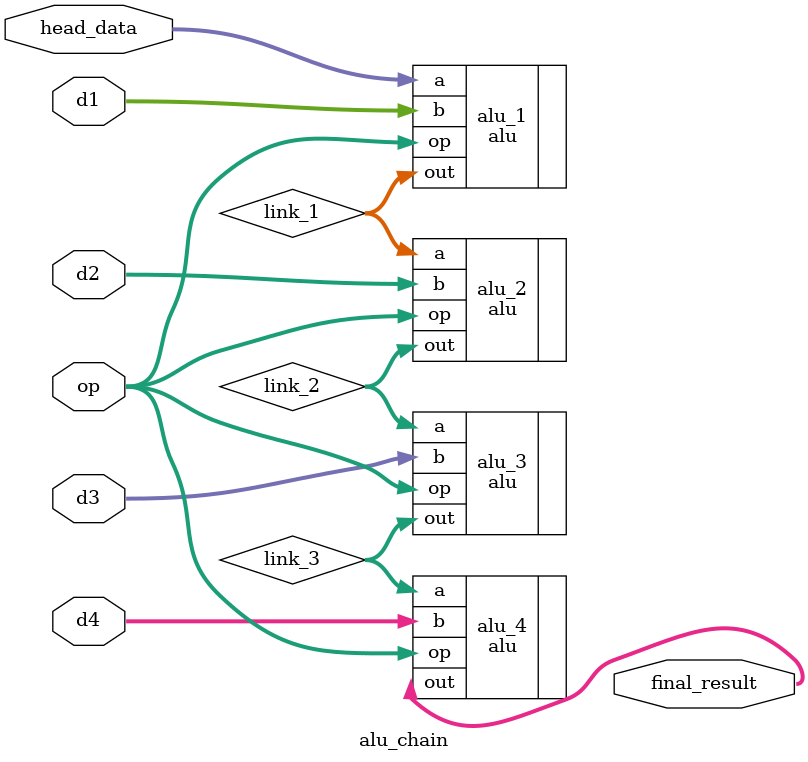
<source format=v>
`timescale 1ns / 1ps


module alu_chain(
input [3:0] head_data,
input [3:0] d1,
input [3:0] d2,
input [3:0] d3,
input [3:0] d4,
input [1:0] op,
output [3:0] final_result
    );
    wire [3:0] link_1;
    wire [3:0] link_2;
    wire [3:0] link_3;
    
    alu alu_1(
    .a (head_data),
    .b (d1),
    .op (op),
    .out (link_1)
    );
    
    alu alu_2(
    .a (link_1),
    .b (d2),
    .op (op),
    .out (link_2)
    );
    
    alu alu_3(
    .a (link_2),
    .b (d3),
    .op (op),
    .out (link_3)
    );
    
    alu alu_4(
    .a (link_3),
    .b (d4),
    .op (op),
    .out (final_result)
    );
endmodule

</source>
